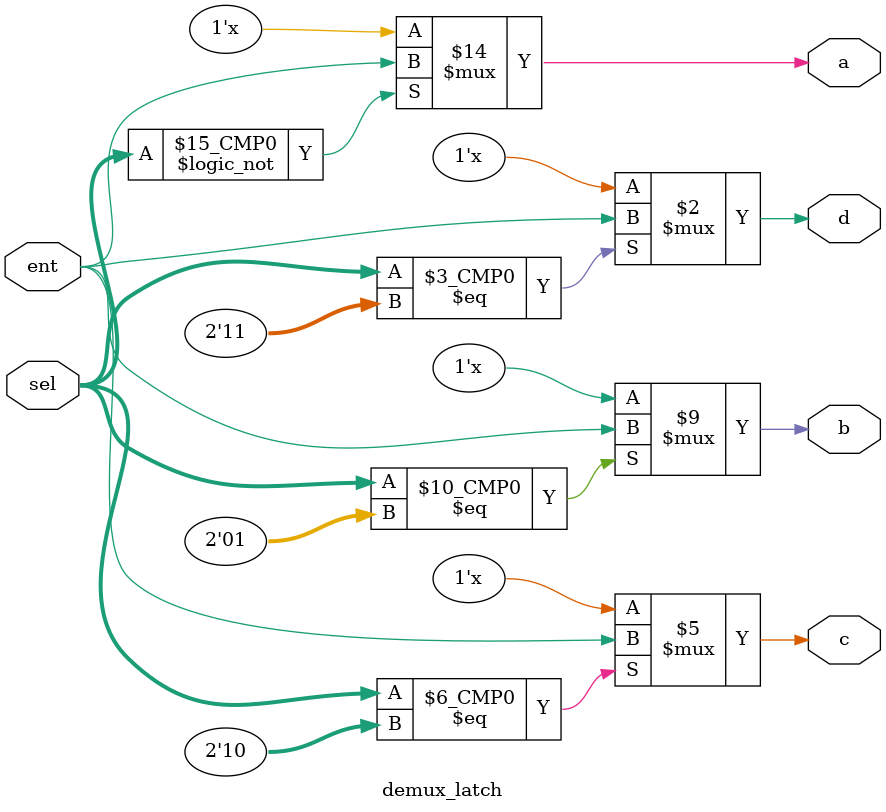
<source format=v>
module demux_latch (a, b, c, d, ent, sel);
  input ent;
  output reg a, b, c, d;
  input [1:0] sel;
  
  always @ (ent,sel)
    case (sel)
      0:begin
		      a <= ent;
		end
      1:begin
		      b <= ent;
		end 
      2:begin
		      c <= ent;
		end
      3:begin
		      d <= ent;
		end
   endcase
endmodule

</source>
